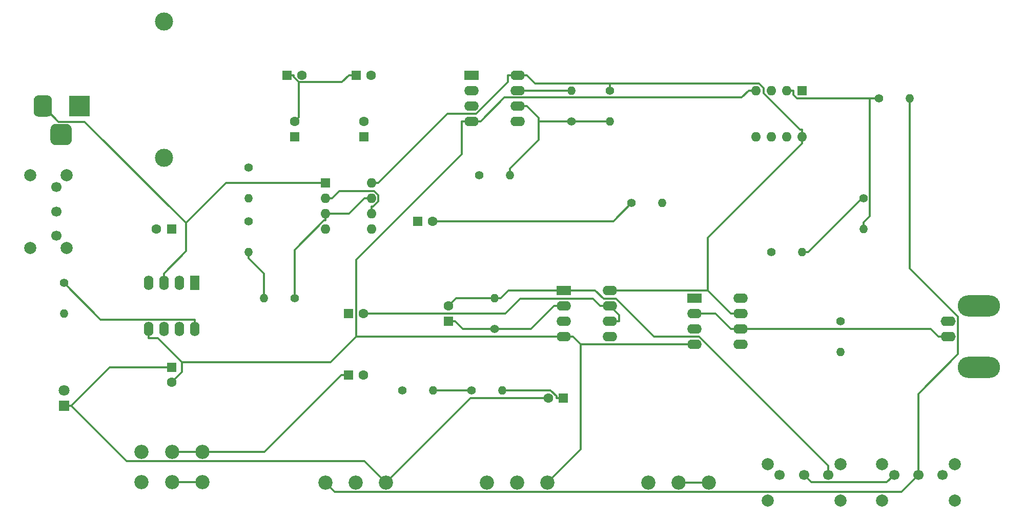
<source format=gbr>
G04 #@! TF.GenerationSoftware,KiCad,Pcbnew,(5.1.5)-3*
G04 #@! TF.CreationDate,2020-06-19T21:21:12-03:00*
G04 #@! TF.ProjectId,gerador_de_funcoes,67657261-646f-4725-9f64-655f66756e63,rev?*
G04 #@! TF.SameCoordinates,Original*
G04 #@! TF.FileFunction,Copper,L1,Top*
G04 #@! TF.FilePolarity,Positive*
%FSLAX46Y46*%
G04 Gerber Fmt 4.6, Leading zero omitted, Abs format (unit mm)*
G04 Created by KiCad (PCBNEW (5.1.5)-3) date 2020-06-19 21:21:12*
%MOMM*%
%LPD*%
G04 APERTURE LIST*
%ADD10R,1.600000X1.600000*%
%ADD11C,1.600000*%
%ADD12R,1.800000X1.800000*%
%ADD13C,1.800000*%
%ADD14C,3.000000*%
%ADD15R,3.500000X3.500000*%
%ADD16C,0.100000*%
%ADD17O,7.000000X3.500000*%
%ADD18O,2.500000X1.600000*%
%ADD19O,1.400000X1.400000*%
%ADD20C,1.400000*%
%ADD21C,2.340000*%
%ADD22C,1.700000*%
%ADD23C,2.000000*%
%ADD24O,1.600000X1.600000*%
%ADD25O,2.400000X1.600000*%
%ADD26R,2.400000X1.600000*%
%ADD27R,1.600000X2.400000*%
%ADD28O,1.600000X2.400000*%
%ADD29C,0.300000*%
G04 APERTURE END LIST*
D10*
X111760000Y-82550000D03*
D11*
X111760000Y-80050000D03*
X100330000Y-80050000D03*
D10*
X100330000Y-82550000D03*
D11*
X112990000Y-72390000D03*
D10*
X110490000Y-72390000D03*
X99060000Y-72390000D03*
D11*
X101560000Y-72390000D03*
D10*
X120650000Y-96520000D03*
D11*
X123150000Y-96520000D03*
X125730000Y-110530000D03*
D10*
X125730000Y-113030000D03*
X144740000Y-125730000D03*
D11*
X142240000Y-125730000D03*
X111720000Y-121920000D03*
D10*
X109220000Y-121920000D03*
X109220000Y-111760000D03*
D11*
X111720000Y-111760000D03*
X77510000Y-97790000D03*
D10*
X80010000Y-97790000D03*
X80010000Y-120650000D03*
D11*
X80010000Y-123150000D03*
D12*
X62230000Y-127000000D03*
D13*
X62230000Y-124460000D03*
D14*
X78740000Y-86000000D03*
X78740000Y-63500000D03*
D15*
X64770000Y-77470000D03*
G04 #@! TA.AperFunction,ComponentPad*
D16*
G36*
X59593513Y-75723611D02*
G01*
X59666318Y-75734411D01*
X59737714Y-75752295D01*
X59807013Y-75777090D01*
X59873548Y-75808559D01*
X59936678Y-75846398D01*
X59995795Y-75890242D01*
X60050330Y-75939670D01*
X60099758Y-75994205D01*
X60143602Y-76053322D01*
X60181441Y-76116452D01*
X60212910Y-76182987D01*
X60237705Y-76252286D01*
X60255589Y-76323682D01*
X60266389Y-76396487D01*
X60270000Y-76470000D01*
X60270000Y-78470000D01*
X60266389Y-78543513D01*
X60255589Y-78616318D01*
X60237705Y-78687714D01*
X60212910Y-78757013D01*
X60181441Y-78823548D01*
X60143602Y-78886678D01*
X60099758Y-78945795D01*
X60050330Y-79000330D01*
X59995795Y-79049758D01*
X59936678Y-79093602D01*
X59873548Y-79131441D01*
X59807013Y-79162910D01*
X59737714Y-79187705D01*
X59666318Y-79205589D01*
X59593513Y-79216389D01*
X59520000Y-79220000D01*
X58020000Y-79220000D01*
X57946487Y-79216389D01*
X57873682Y-79205589D01*
X57802286Y-79187705D01*
X57732987Y-79162910D01*
X57666452Y-79131441D01*
X57603322Y-79093602D01*
X57544205Y-79049758D01*
X57489670Y-79000330D01*
X57440242Y-78945795D01*
X57396398Y-78886678D01*
X57358559Y-78823548D01*
X57327090Y-78757013D01*
X57302295Y-78687714D01*
X57284411Y-78616318D01*
X57273611Y-78543513D01*
X57270000Y-78470000D01*
X57270000Y-76470000D01*
X57273611Y-76396487D01*
X57284411Y-76323682D01*
X57302295Y-76252286D01*
X57327090Y-76182987D01*
X57358559Y-76116452D01*
X57396398Y-76053322D01*
X57440242Y-75994205D01*
X57489670Y-75939670D01*
X57544205Y-75890242D01*
X57603322Y-75846398D01*
X57666452Y-75808559D01*
X57732987Y-75777090D01*
X57802286Y-75752295D01*
X57873682Y-75734411D01*
X57946487Y-75723611D01*
X58020000Y-75720000D01*
X59520000Y-75720000D01*
X59593513Y-75723611D01*
G37*
G04 #@! TD.AperFunction*
G04 #@! TA.AperFunction,ComponentPad*
G36*
X62730765Y-80424213D02*
G01*
X62815704Y-80436813D01*
X62898999Y-80457677D01*
X62979848Y-80486605D01*
X63057472Y-80523319D01*
X63131124Y-80567464D01*
X63200094Y-80618616D01*
X63263718Y-80676282D01*
X63321384Y-80739906D01*
X63372536Y-80808876D01*
X63416681Y-80882528D01*
X63453395Y-80960152D01*
X63482323Y-81041001D01*
X63503187Y-81124296D01*
X63515787Y-81209235D01*
X63520000Y-81295000D01*
X63520000Y-83045000D01*
X63515787Y-83130765D01*
X63503187Y-83215704D01*
X63482323Y-83298999D01*
X63453395Y-83379848D01*
X63416681Y-83457472D01*
X63372536Y-83531124D01*
X63321384Y-83600094D01*
X63263718Y-83663718D01*
X63200094Y-83721384D01*
X63131124Y-83772536D01*
X63057472Y-83816681D01*
X62979848Y-83853395D01*
X62898999Y-83882323D01*
X62815704Y-83903187D01*
X62730765Y-83915787D01*
X62645000Y-83920000D01*
X60895000Y-83920000D01*
X60809235Y-83915787D01*
X60724296Y-83903187D01*
X60641001Y-83882323D01*
X60560152Y-83853395D01*
X60482528Y-83816681D01*
X60408876Y-83772536D01*
X60339906Y-83721384D01*
X60276282Y-83663718D01*
X60218616Y-83600094D01*
X60167464Y-83531124D01*
X60123319Y-83457472D01*
X60086605Y-83379848D01*
X60057677Y-83298999D01*
X60036813Y-83215704D01*
X60024213Y-83130765D01*
X60020000Y-83045000D01*
X60020000Y-81295000D01*
X60024213Y-81209235D01*
X60036813Y-81124296D01*
X60057677Y-81041001D01*
X60086605Y-80960152D01*
X60123319Y-80882528D01*
X60167464Y-80808876D01*
X60218616Y-80739906D01*
X60276282Y-80676282D01*
X60339906Y-80618616D01*
X60408876Y-80567464D01*
X60482528Y-80523319D01*
X60560152Y-80486605D01*
X60641001Y-80457677D01*
X60724296Y-80436813D01*
X60809235Y-80424213D01*
X60895000Y-80420000D01*
X62645000Y-80420000D01*
X62730765Y-80424213D01*
G37*
G04 #@! TD.AperFunction*
D17*
X213360000Y-110490000D03*
X213360000Y-120650000D03*
D18*
X208280000Y-115570000D03*
X208280000Y-113030000D03*
D19*
X62230000Y-111760000D03*
D20*
X62230000Y-106680000D03*
X100330000Y-109220000D03*
D19*
X95250000Y-109220000D03*
D20*
X92710000Y-96520000D03*
D19*
X92710000Y-101600000D03*
X92710000Y-92710000D03*
D20*
X92710000Y-87630000D03*
X130810000Y-88900000D03*
D19*
X135890000Y-88900000D03*
D20*
X152400000Y-74930000D03*
D19*
X152400000Y-80010000D03*
X146050000Y-74930000D03*
D20*
X146050000Y-80010000D03*
X155985000Y-93525000D03*
D19*
X161065000Y-93525000D03*
X133350000Y-109220000D03*
D20*
X133350000Y-114300000D03*
D19*
X123190000Y-124460000D03*
D20*
X118110000Y-124460000D03*
D19*
X134620000Y-124460000D03*
D20*
X129540000Y-124460000D03*
X196850000Y-76200000D03*
D19*
X201930000Y-76200000D03*
D20*
X194310000Y-92710000D03*
D19*
X194310000Y-97790000D03*
X190500000Y-118110000D03*
D20*
X190500000Y-113030000D03*
X179070000Y-101600000D03*
D19*
X184150000Y-101600000D03*
D21*
X115410000Y-139700000D03*
X110410000Y-139700000D03*
X105410000Y-139700000D03*
X132080000Y-139700000D03*
X137080000Y-139700000D03*
X142080000Y-139700000D03*
X168750000Y-139700000D03*
X163750000Y-139700000D03*
X158750000Y-139700000D03*
X85090000Y-139620000D03*
X80090000Y-139620000D03*
X75090000Y-139620000D03*
X85090000Y-134620000D03*
X80090000Y-134620000D03*
X75090000Y-134620000D03*
D22*
X60960000Y-98900000D03*
X60960000Y-94900000D03*
X60960000Y-90900000D03*
D23*
X56710000Y-88900000D03*
X56710000Y-100900000D03*
X62710000Y-100900000D03*
X62710000Y-88900000D03*
X178500000Y-136680000D03*
X190500000Y-136680000D03*
X190500000Y-142680000D03*
X178500000Y-142680000D03*
D22*
X180500000Y-138430000D03*
X184500000Y-138430000D03*
X188500000Y-138430000D03*
D23*
X197390000Y-136680000D03*
X209390000Y-136680000D03*
X209390000Y-142680000D03*
X197390000Y-142680000D03*
D22*
X199390000Y-138430000D03*
X203390000Y-138430000D03*
X207390000Y-138430000D03*
D10*
X105410000Y-90170000D03*
D24*
X113030000Y-97790000D03*
X105410000Y-92710000D03*
X113030000Y-95250000D03*
X105410000Y-95250000D03*
X113030000Y-92710000D03*
X105410000Y-97790000D03*
X113030000Y-90170000D03*
D25*
X137160000Y-72390000D03*
X129540000Y-80010000D03*
X137160000Y-74930000D03*
X129540000Y-77470000D03*
X137160000Y-77470000D03*
X129540000Y-74930000D03*
X137160000Y-80010000D03*
D26*
X129540000Y-72390000D03*
D25*
X152400000Y-107950000D03*
X144780000Y-115570000D03*
X152400000Y-110490000D03*
X144780000Y-113030000D03*
X152400000Y-113030000D03*
X144780000Y-110490000D03*
X152400000Y-115570000D03*
D26*
X144780000Y-107950000D03*
D27*
X83820000Y-106680000D03*
D28*
X76200000Y-114300000D03*
X81280000Y-106680000D03*
X78740000Y-114300000D03*
X78740000Y-106680000D03*
X81280000Y-114300000D03*
X76200000Y-106680000D03*
X83820000Y-114300000D03*
D24*
X184150000Y-82550000D03*
X176530000Y-74930000D03*
X181610000Y-82550000D03*
X179070000Y-74930000D03*
X179070000Y-82550000D03*
X181610000Y-74930000D03*
X176530000Y-82550000D03*
D10*
X184150000Y-74930000D03*
D26*
X166370000Y-109220000D03*
D25*
X173990000Y-116840000D03*
X166370000Y-111760000D03*
X173990000Y-114300000D03*
X166370000Y-114300000D03*
X173990000Y-111760000D03*
X166370000Y-116840000D03*
X173990000Y-109220000D03*
D29*
X142240000Y-125730000D02*
X129380000Y-125730000D01*
X129380000Y-125730000D02*
X115410000Y-139700000D01*
X115410000Y-139700000D02*
X111850500Y-136140500D01*
X111850500Y-136140500D02*
X72620800Y-136140500D01*
X72620800Y-136140500D02*
X63480300Y-127000000D01*
X82414900Y-96793100D02*
X65688100Y-80066300D01*
X65688100Y-80066300D02*
X61366300Y-80066300D01*
X61366300Y-80066300D02*
X58770000Y-77470000D01*
X105410000Y-90170000D02*
X89038000Y-90170000D01*
X89038000Y-90170000D02*
X82414900Y-96793100D01*
X78740000Y-105129700D02*
X82414900Y-101454800D01*
X82414900Y-101454800D02*
X82414900Y-96793100D01*
X78740000Y-106680000D02*
X78740000Y-105129700D01*
X62230000Y-127000000D02*
X63480300Y-127000000D01*
X63480300Y-127000000D02*
X69830300Y-120650000D01*
X69830300Y-120650000D02*
X80010000Y-120650000D01*
X101073000Y-73540300D02*
X101073000Y-79307100D01*
X101073000Y-79307100D02*
X100330000Y-80050000D01*
X110490000Y-72390000D02*
X109340000Y-72390000D01*
X109340000Y-72390000D02*
X108189000Y-73540300D01*
X108189000Y-73540300D02*
X101073000Y-73540300D01*
X99060000Y-72390000D02*
X100210000Y-72390000D01*
X100210000Y-72390000D02*
X100210000Y-72677700D01*
X100210000Y-72677700D02*
X101073000Y-73540300D01*
X113030000Y-95250000D02*
X113030000Y-94099700D01*
X113030000Y-94099700D02*
X113318000Y-94099700D01*
X113318000Y-94099700D02*
X114200000Y-93217500D01*
X114200000Y-93217500D02*
X114200000Y-92220700D01*
X114200000Y-92220700D02*
X113525000Y-91545500D01*
X113525000Y-91545500D02*
X107725000Y-91545500D01*
X107725000Y-91545500D02*
X106560000Y-92710000D01*
X106560000Y-92710000D02*
X105410000Y-92710000D01*
X80090000Y-139620000D02*
X85090000Y-139620000D01*
X113030000Y-92710000D02*
X111880000Y-92710000D01*
X111880000Y-92710000D02*
X109340000Y-95250000D01*
X109340000Y-95250000D02*
X105410000Y-95250000D01*
X100330000Y-109220000D02*
X100330000Y-101242000D01*
X100330000Y-101242000D02*
X105172000Y-96400300D01*
X105172000Y-96400300D02*
X105410000Y-96400300D01*
X105410000Y-96400300D02*
X105410000Y-95250000D01*
X155985000Y-93525000D02*
X152990000Y-96520000D01*
X152990000Y-96520000D02*
X123150000Y-96520000D01*
X133350000Y-109220000D02*
X127040000Y-109220000D01*
X127040000Y-109220000D02*
X125730000Y-110530000D01*
X133350000Y-109220000D02*
X134400000Y-109220000D01*
X134400000Y-109220000D02*
X135670000Y-107950000D01*
X135670000Y-107950000D02*
X144780000Y-107950000D01*
X188500000Y-138430000D02*
X188500000Y-136943000D01*
X188500000Y-136943000D02*
X167127000Y-115570000D01*
X167127000Y-115570000D02*
X159680000Y-115570000D01*
X159680000Y-115570000D02*
X153450000Y-109340000D01*
X153450000Y-109340000D02*
X151376000Y-109340000D01*
X151376000Y-109340000D02*
X149986000Y-107950000D01*
X149986000Y-107950000D02*
X144780000Y-107950000D01*
X144780000Y-110490000D02*
X143230000Y-110490000D01*
X143230000Y-110490000D02*
X139420000Y-114300000D01*
X139420000Y-114300000D02*
X133350000Y-114300000D01*
X133350000Y-114300000D02*
X128150000Y-114300000D01*
X128150000Y-114300000D02*
X126880000Y-113030000D01*
X126880000Y-113030000D02*
X125730000Y-113030000D01*
X134620000Y-124460000D02*
X142607000Y-124460000D01*
X142607000Y-124460000D02*
X143590000Y-125442000D01*
X143590000Y-125442000D02*
X143590000Y-125730000D01*
X143590000Y-125730000D02*
X144740000Y-125730000D01*
X152400000Y-110490000D02*
X150850000Y-110490000D01*
X150850000Y-110490000D02*
X149674000Y-109314000D01*
X149674000Y-109314000D02*
X137628000Y-109314000D01*
X137628000Y-109314000D02*
X135182000Y-111760000D01*
X135182000Y-111760000D02*
X111720000Y-111760000D01*
X152400000Y-113030000D02*
X153950000Y-113030000D01*
X153950000Y-113030000D02*
X153950000Y-112040000D01*
X153950000Y-112040000D02*
X152400000Y-110490000D01*
X80090000Y-134620000D02*
X85090000Y-134620000D01*
X85090000Y-134620000D02*
X95369700Y-134620000D01*
X95369700Y-134620000D02*
X108070000Y-121920000D01*
X108070000Y-121920000D02*
X109220000Y-121920000D01*
X81737300Y-119837000D02*
X81737300Y-121423000D01*
X81737300Y-121423000D02*
X80010000Y-123150000D01*
X76200000Y-114300000D02*
X76200000Y-115850000D01*
X76200000Y-115850000D02*
X77750300Y-115850000D01*
X77750300Y-115850000D02*
X81737300Y-119837000D01*
X110538000Y-115570000D02*
X110538000Y-102888000D01*
X110538000Y-102888000D02*
X127990000Y-85436300D01*
X127990000Y-85436300D02*
X127990000Y-80010000D01*
X127990000Y-80010000D02*
X129540000Y-80010000D01*
X144780000Y-115570000D02*
X110538000Y-115570000D01*
X147600000Y-116840000D02*
X147600000Y-134180000D01*
X147600000Y-134180000D02*
X142080000Y-139700000D01*
X166370000Y-116840000D02*
X147600000Y-116840000D01*
X144780000Y-115570000D02*
X146330000Y-115570000D01*
X146330000Y-115570000D02*
X147600000Y-116840000D01*
X176530000Y-74930000D02*
X175380000Y-74930000D01*
X175380000Y-74930000D02*
X174229000Y-76080300D01*
X174229000Y-76080300D02*
X135020000Y-76080300D01*
X135020000Y-76080300D02*
X131090000Y-80010000D01*
X131090000Y-80010000D02*
X129540000Y-80010000D01*
X81737300Y-119837000D02*
X106271000Y-119837000D01*
X106271000Y-119837000D02*
X110538000Y-115570000D01*
X208280000Y-115570000D02*
X206680000Y-115570000D01*
X206680000Y-115570000D02*
X205410000Y-114300000D01*
X205410000Y-114300000D02*
X173990000Y-114300000D01*
X173990000Y-114300000D02*
X172440000Y-114300000D01*
X172440000Y-114300000D02*
X169900000Y-111760000D01*
X169900000Y-111760000D02*
X166370000Y-111760000D01*
X173990000Y-111760000D02*
X172440000Y-111760000D01*
X172440000Y-111760000D02*
X168630000Y-107950000D01*
X137160000Y-72390000D02*
X138710000Y-72390000D01*
X138710000Y-72390000D02*
X140100000Y-73779600D01*
X140100000Y-73779600D02*
X152400000Y-73779600D01*
X113030000Y-90170000D02*
X114180000Y-90170000D01*
X114180000Y-90170000D02*
X125610000Y-78740000D01*
X125610000Y-78740000D02*
X130336000Y-78740000D01*
X130336000Y-78740000D02*
X135610000Y-73466000D01*
X135610000Y-73466000D02*
X135610000Y-72390000D01*
X135610000Y-72390000D02*
X137160000Y-72390000D01*
X184150000Y-82550000D02*
X184150000Y-83700300D01*
X184150000Y-83700300D02*
X168630000Y-99220600D01*
X168630000Y-99220600D02*
X168630000Y-107950000D01*
X168630000Y-107950000D02*
X152400000Y-107950000D01*
X184150000Y-82550000D02*
X184150000Y-81399700D01*
X184150000Y-81399700D02*
X183862000Y-81399700D01*
X183862000Y-81399700D02*
X177800000Y-75337300D01*
X177800000Y-75337300D02*
X177800000Y-74535900D01*
X177800000Y-74535900D02*
X177044000Y-73779600D01*
X177044000Y-73779600D02*
X152400000Y-73779600D01*
X152400000Y-74930000D02*
X152400000Y-73779600D01*
X83820000Y-114300000D02*
X83820000Y-112750000D01*
X83820000Y-112750000D02*
X68299700Y-112750000D01*
X68299700Y-112750000D02*
X62230000Y-106680000D01*
X92710000Y-101600000D02*
X92710000Y-102650000D01*
X92710000Y-102650000D02*
X95250000Y-105190000D01*
X95250000Y-105190000D02*
X95250000Y-109220000D01*
X140646000Y-80010000D02*
X146050000Y-80010000D01*
X137160000Y-77470000D02*
X138710000Y-77470000D01*
X138710000Y-77470000D02*
X140646000Y-79405700D01*
X140646000Y-79405700D02*
X140646000Y-80010000D01*
X152400000Y-80010000D02*
X146050000Y-80010000D01*
X135890000Y-88900000D02*
X135890000Y-87849700D01*
X135890000Y-87849700D02*
X140646000Y-83093700D01*
X140646000Y-83093700D02*
X140646000Y-80010000D01*
X137160000Y-74930000D02*
X146050000Y-74930000D01*
X129540000Y-124460000D02*
X123190000Y-124460000D01*
X195380000Y-76200000D02*
X195380000Y-95669300D01*
X195380000Y-95669300D02*
X194310000Y-96739700D01*
X194310000Y-96739700D02*
X194310000Y-97790000D01*
X181610000Y-74930000D02*
X182760000Y-74930000D01*
X182760000Y-74930000D02*
X182760000Y-75648900D01*
X182760000Y-75648900D02*
X183311000Y-76200000D01*
X183311000Y-76200000D02*
X195380000Y-76200000D01*
X195380000Y-76200000D02*
X196850000Y-76200000D01*
X105410000Y-139700000D02*
X106930000Y-141220000D01*
X106930000Y-141220000D02*
X200600000Y-141220000D01*
X200600000Y-141220000D02*
X203390000Y-138430000D01*
X203390000Y-138430000D02*
X203390000Y-125040000D01*
X203390000Y-125040000D02*
X209930000Y-118500000D01*
X209930000Y-118500000D02*
X209930000Y-112300000D01*
X209930000Y-112300000D02*
X201930000Y-104300000D01*
X201930000Y-104300000D02*
X201930000Y-76200000D01*
X184150000Y-101600000D02*
X185200000Y-101600000D01*
X185200000Y-101600000D02*
X194090000Y-92710000D01*
X194090000Y-92710000D02*
X194310000Y-92710000D01*
X163750000Y-139700000D02*
X168750000Y-139700000D01*
X199390000Y-138430000D02*
X198189000Y-139631000D01*
X198189000Y-139631000D02*
X185701000Y-139631000D01*
X185701000Y-139631000D02*
X184500000Y-138430000D01*
M02*

</source>
